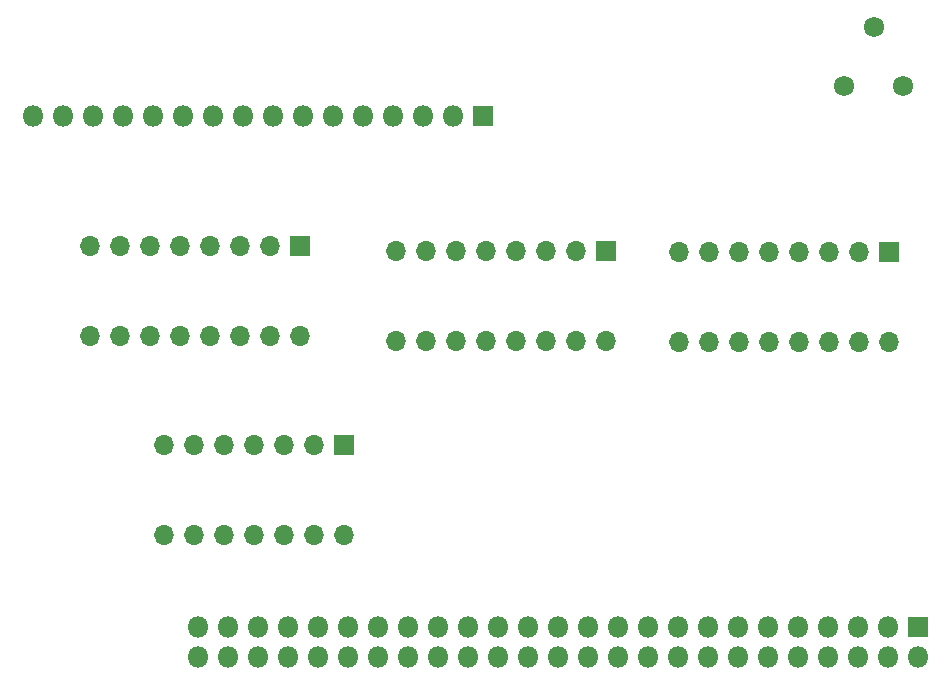
<source format=gbr>
%TF.GenerationSoftware,KiCad,Pcbnew,(5.1.6-0-10_14)*%
%TF.CreationDate,2021-03-04T16:35:38+01:00*%
%TF.ProjectId,lcd_board,6c63645f-626f-4617-9264-2e6b69636164,rev?*%
%TF.SameCoordinates,Original*%
%TF.FileFunction,Soldermask,Bot*%
%TF.FilePolarity,Negative*%
%FSLAX46Y46*%
G04 Gerber Fmt 4.6, Leading zero omitted, Abs format (unit mm)*
G04 Created by KiCad (PCBNEW (5.1.6-0-10_14)) date 2021-03-04 16:35:38*
%MOMM*%
%LPD*%
G01*
G04 APERTURE LIST*
%ADD10C,1.720000*%
%ADD11O,1.700000X1.700000*%
%ADD12R,1.700000X1.700000*%
%ADD13O,1.800000X1.800000*%
%ADD14R,1.800000X1.800000*%
G04 APERTURE END LIST*
D10*
%TO.C,RV1*%
X76962000Y52451000D03*
X74462000Y57451000D03*
X71962000Y52451000D03*
%TD*%
D11*
%TO.C,U4*%
X25908000Y31242000D03*
X8128000Y38862000D03*
X23368000Y31242000D03*
X10668000Y38862000D03*
X20828000Y31242000D03*
X13208000Y38862000D03*
X18288000Y31242000D03*
X15748000Y38862000D03*
X15748000Y31242000D03*
X18288000Y38862000D03*
X13208000Y31242000D03*
X20828000Y38862000D03*
X10668000Y31242000D03*
X23368000Y38862000D03*
X8128000Y31242000D03*
D12*
X25908000Y38862000D03*
%TD*%
D11*
%TO.C,U3*%
X51816000Y30861000D03*
X34036000Y38481000D03*
X49276000Y30861000D03*
X36576000Y38481000D03*
X46736000Y30861000D03*
X39116000Y38481000D03*
X44196000Y30861000D03*
X41656000Y38481000D03*
X41656000Y30861000D03*
X44196000Y38481000D03*
X39116000Y30861000D03*
X46736000Y38481000D03*
X36576000Y30861000D03*
X49276000Y38481000D03*
X34036000Y30861000D03*
D12*
X51816000Y38481000D03*
%TD*%
D11*
%TO.C,U2*%
X75755500Y30734000D03*
X57975500Y38354000D03*
X73215500Y30734000D03*
X60515500Y38354000D03*
X70675500Y30734000D03*
X63055500Y38354000D03*
X68135500Y30734000D03*
X65595500Y38354000D03*
X65595500Y30734000D03*
X68135500Y38354000D03*
X63055500Y30734000D03*
X70675500Y38354000D03*
X60515500Y30734000D03*
X73215500Y38354000D03*
X57975500Y30734000D03*
D12*
X75755500Y38354000D03*
%TD*%
D11*
%TO.C,U1*%
X29591000Y14414500D03*
X14351000Y22034500D03*
X27051000Y14414500D03*
X16891000Y22034500D03*
X24511000Y14414500D03*
X19431000Y22034500D03*
X21971000Y14414500D03*
X21971000Y22034500D03*
X19431000Y14414500D03*
X24511000Y22034500D03*
X16891000Y14414500D03*
X27051000Y22034500D03*
X14351000Y14414500D03*
D12*
X29591000Y22034500D03*
%TD*%
D13*
%TO.C,J2*%
X3302000Y49911000D03*
X5842000Y49911000D03*
X8382000Y49911000D03*
X10922000Y49911000D03*
X13462000Y49911000D03*
X16002000Y49911000D03*
X18542000Y49911000D03*
X21082000Y49911000D03*
X23622000Y49911000D03*
X26162000Y49911000D03*
X28702000Y49911000D03*
X31242000Y49911000D03*
X33782000Y49911000D03*
X36322000Y49911000D03*
X38862000Y49911000D03*
D14*
X41402000Y49911000D03*
%TD*%
D13*
%TO.C,J1*%
X17272000Y4064000D03*
X17272000Y6604000D03*
X19812000Y4064000D03*
X19812000Y6604000D03*
X22352000Y4064000D03*
X22352000Y6604000D03*
X24892000Y4064000D03*
X24892000Y6604000D03*
X27432000Y4064000D03*
X27432000Y6604000D03*
X29972000Y4064000D03*
X29972000Y6604000D03*
X32512000Y4064000D03*
X32512000Y6604000D03*
X35052000Y4064000D03*
X35052000Y6604000D03*
X37592000Y4064000D03*
X37592000Y6604000D03*
X40132000Y4064000D03*
X40132000Y6604000D03*
X42672000Y4064000D03*
X42672000Y6604000D03*
X45212000Y4064000D03*
X45212000Y6604000D03*
X47752000Y4064000D03*
X47752000Y6604000D03*
X50292000Y4064000D03*
X50292000Y6604000D03*
X52832000Y4064000D03*
X52832000Y6604000D03*
X55372000Y4064000D03*
X55372000Y6604000D03*
X57912000Y4064000D03*
X57912000Y6604000D03*
X60452000Y4064000D03*
X60452000Y6604000D03*
X62992000Y4064000D03*
X62992000Y6604000D03*
X65532000Y4064000D03*
X65532000Y6604000D03*
X68072000Y4064000D03*
X68072000Y6604000D03*
X70612000Y4064000D03*
X70612000Y6604000D03*
X73152000Y4064000D03*
X73152000Y6604000D03*
X75692000Y4064000D03*
X75692000Y6604000D03*
X78232000Y4064000D03*
D14*
X78232000Y6604000D03*
%TD*%
M02*

</source>
